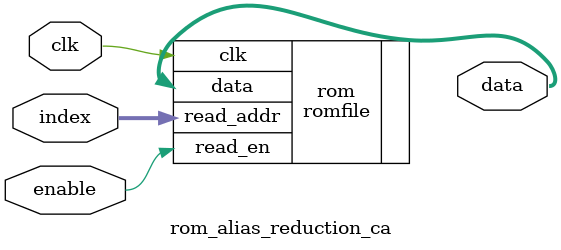
<source format=v>
`timescale 1ns / 1ps
`default_nettype none

module rom_alias_reduction_ca(
    input wire          clk,
	 input wire          enable,
    input wire  [2:0]   index,
    output wire [17:0]  data
    );

	romfile #(
		.ROM_WIDTH(18),
		.ROM_ADDR_BITS(3),
		.FILENAME("lookup_alias_reduction_ca.txt")
	) rom (
		.clk(clk),
		.read_en(enable),
		.read_addr(index),
		.data(data)
	);
endmodule

</source>
